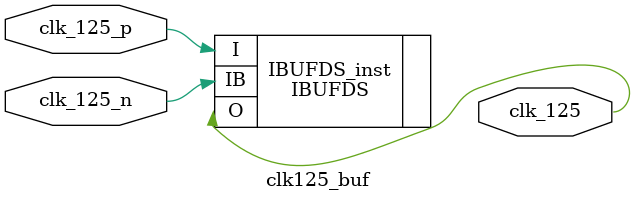
<source format=v>
module clk125_buf (
    input  wire clk_125_p,   // 125 MHz differential clock (P)
    input  wire clk_125_n,   // 125 MHz differential clock (N)
    output wire clk_125      // single-ended 125 MHz clock
);

    IBUFDS #(
        .DIFF_TERM("TRUE"),     // ³»ºÎ Â÷µ¿ Á¾´Ü »ç¿ë (ÇÊ¿ä ½Ã TRUE)
        .IBUF_LOW_PWR("FALSE")  // ½ÅÈ£ ¹«°á¼ºÀ» À§ÇØ Low Power ¸ðµå ºñÈ°¼ºÈ­
    ) IBUFDS_inst (
        .O(clk_125),   // ´ÜÀÏ Å¬·° Ãâ·Â
        .I(clk_125_p), // Â÷µ¿ ÀÔ·Â P
        .IB(clk_125_n) // Â÷µ¿ ÀÔ·Â N
    );

endmodule

</source>
